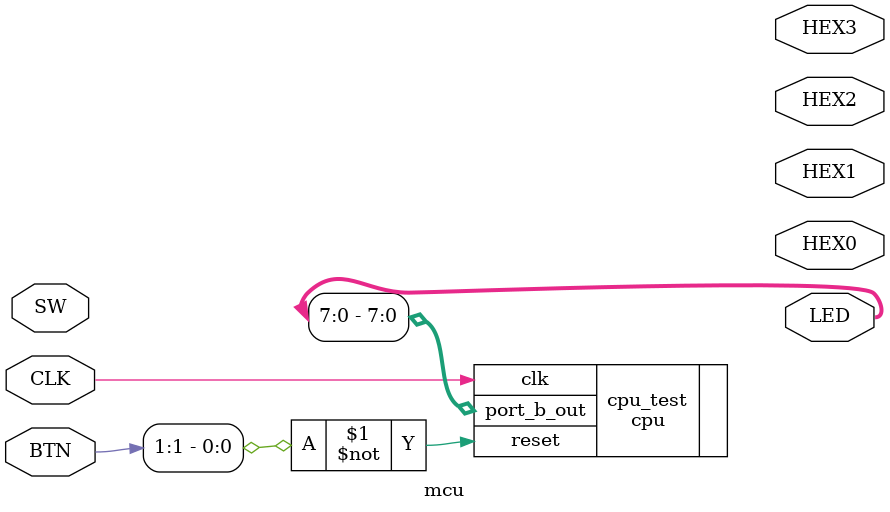
<source format=sv>


module mcu(

	//////////// CLOCK //////////
	input CLK,

	//////////// 7-segment decoder //////////
	output [6:0] HEX0,
	output [6:0] HEX1,
	output [6:0] HEX2,
	output [6:0] HEX3,
	
	//////////// LED /////////////
	output [9:0] LED,
	
	//////////// SWITCH //////////
	input [9:0] SW,
	
	//////////// BUTTON //////////
	input [2:0] BTN
	
);
//*******************************//

// add module here
cpu cpu_test(
		.clk(CLK),
		.reset(~BTN[1]),
		.port_b_out(LED[7:0])
	);



//*******************************//

endmodule

</source>
